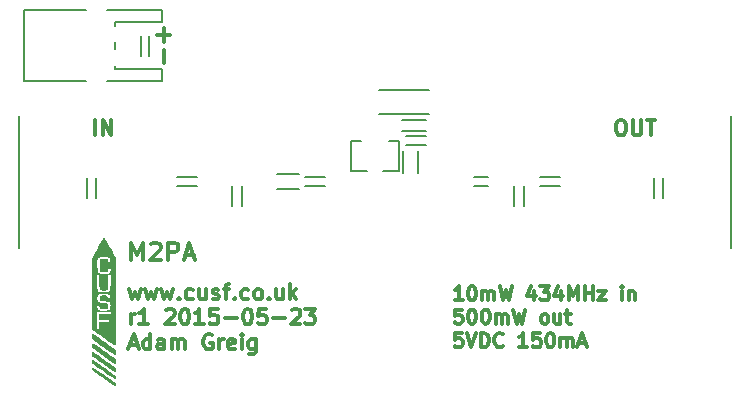
<source format=gto>
G04 #@! TF.FileFunction,Legend,Top*
%FSLAX46Y46*%
G04 Gerber Fmt 4.6, Leading zero omitted, Abs format (unit mm)*
G04 Created by KiCad (PCBNEW 0.201505031001+5637~23~ubuntu14.04.1-product) date Mon 25 May 2015 03:05:37 BST*
%MOMM*%
G01*
G04 APERTURE LIST*
%ADD10C,0.100000*%
%ADD11C,0.300000*%
%ADD12C,0.150000*%
%ADD13C,0.200000*%
G04 APERTURE END LIST*
D10*
D11*
X159700000Y-81788095D02*
X159947619Y-81788095D01*
X160071428Y-81850000D01*
X160195238Y-81973810D01*
X160257143Y-82221429D01*
X160257143Y-82654762D01*
X160195238Y-82902381D01*
X160071428Y-83026190D01*
X159947619Y-83088095D01*
X159700000Y-83088095D01*
X159576190Y-83026190D01*
X159452381Y-82902381D01*
X159390476Y-82654762D01*
X159390476Y-82221429D01*
X159452381Y-81973810D01*
X159576190Y-81850000D01*
X159700000Y-81788095D01*
X160814286Y-81788095D02*
X160814286Y-82840476D01*
X160876191Y-82964286D01*
X160938095Y-83026190D01*
X161061905Y-83088095D01*
X161309524Y-83088095D01*
X161433333Y-83026190D01*
X161495238Y-82964286D01*
X161557143Y-82840476D01*
X161557143Y-81788095D01*
X161990477Y-81788095D02*
X162733334Y-81788095D01*
X162361905Y-83088095D02*
X162361905Y-81788095D01*
X115319048Y-83088095D02*
X115319048Y-81788095D01*
X115938096Y-83088095D02*
X115938096Y-81788095D01*
X116680953Y-83088095D01*
X116680953Y-81788095D01*
X146414286Y-97062857D02*
X145728571Y-97062857D01*
X146071429Y-97062857D02*
X146071429Y-95862857D01*
X145957143Y-96034286D01*
X145842857Y-96148571D01*
X145728571Y-96205714D01*
X147157143Y-95862857D02*
X147271428Y-95862857D01*
X147385714Y-95920000D01*
X147442857Y-95977143D01*
X147500000Y-96091429D01*
X147557143Y-96320000D01*
X147557143Y-96605714D01*
X147500000Y-96834286D01*
X147442857Y-96948571D01*
X147385714Y-97005714D01*
X147271428Y-97062857D01*
X147157143Y-97062857D01*
X147042857Y-97005714D01*
X146985714Y-96948571D01*
X146928571Y-96834286D01*
X146871428Y-96605714D01*
X146871428Y-96320000D01*
X146928571Y-96091429D01*
X146985714Y-95977143D01*
X147042857Y-95920000D01*
X147157143Y-95862857D01*
X148071428Y-97062857D02*
X148071428Y-96262857D01*
X148071428Y-96377143D02*
X148128571Y-96320000D01*
X148242857Y-96262857D01*
X148414285Y-96262857D01*
X148528571Y-96320000D01*
X148585714Y-96434286D01*
X148585714Y-97062857D01*
X148585714Y-96434286D02*
X148642857Y-96320000D01*
X148757143Y-96262857D01*
X148928571Y-96262857D01*
X149042857Y-96320000D01*
X149100000Y-96434286D01*
X149100000Y-97062857D01*
X149557143Y-95862857D02*
X149842857Y-97062857D01*
X150071428Y-96205714D01*
X150300000Y-97062857D01*
X150585714Y-95862857D01*
X152471429Y-96262857D02*
X152471429Y-97062857D01*
X152185715Y-95805714D02*
X151900000Y-96662857D01*
X152642858Y-96662857D01*
X152985715Y-95862857D02*
X153728572Y-95862857D01*
X153328572Y-96320000D01*
X153500000Y-96320000D01*
X153614286Y-96377143D01*
X153671429Y-96434286D01*
X153728572Y-96548571D01*
X153728572Y-96834286D01*
X153671429Y-96948571D01*
X153614286Y-97005714D01*
X153500000Y-97062857D01*
X153157143Y-97062857D01*
X153042857Y-97005714D01*
X152985715Y-96948571D01*
X154757143Y-96262857D02*
X154757143Y-97062857D01*
X154471429Y-95805714D02*
X154185714Y-96662857D01*
X154928572Y-96662857D01*
X155385714Y-97062857D02*
X155385714Y-95862857D01*
X155785714Y-96720000D01*
X156185714Y-95862857D01*
X156185714Y-97062857D01*
X156757143Y-97062857D02*
X156757143Y-95862857D01*
X156757143Y-96434286D02*
X157442858Y-96434286D01*
X157442858Y-97062857D02*
X157442858Y-95862857D01*
X157900001Y-96262857D02*
X158528572Y-96262857D01*
X157900001Y-97062857D01*
X158528572Y-97062857D01*
X159900001Y-97062857D02*
X159900001Y-96262857D01*
X159900001Y-95862857D02*
X159842858Y-95920000D01*
X159900001Y-95977143D01*
X159957144Y-95920000D01*
X159900001Y-95862857D01*
X159900001Y-95977143D01*
X160471430Y-96262857D02*
X160471430Y-97062857D01*
X160471430Y-96377143D02*
X160528573Y-96320000D01*
X160642859Y-96262857D01*
X160814287Y-96262857D01*
X160928573Y-96320000D01*
X160985716Y-96434286D01*
X160985716Y-97062857D01*
X146357143Y-97842857D02*
X145785714Y-97842857D01*
X145728571Y-98414286D01*
X145785714Y-98357143D01*
X145900000Y-98300000D01*
X146185714Y-98300000D01*
X146300000Y-98357143D01*
X146357143Y-98414286D01*
X146414286Y-98528571D01*
X146414286Y-98814286D01*
X146357143Y-98928571D01*
X146300000Y-98985714D01*
X146185714Y-99042857D01*
X145900000Y-99042857D01*
X145785714Y-98985714D01*
X145728571Y-98928571D01*
X147157143Y-97842857D02*
X147271428Y-97842857D01*
X147385714Y-97900000D01*
X147442857Y-97957143D01*
X147500000Y-98071429D01*
X147557143Y-98300000D01*
X147557143Y-98585714D01*
X147500000Y-98814286D01*
X147442857Y-98928571D01*
X147385714Y-98985714D01*
X147271428Y-99042857D01*
X147157143Y-99042857D01*
X147042857Y-98985714D01*
X146985714Y-98928571D01*
X146928571Y-98814286D01*
X146871428Y-98585714D01*
X146871428Y-98300000D01*
X146928571Y-98071429D01*
X146985714Y-97957143D01*
X147042857Y-97900000D01*
X147157143Y-97842857D01*
X148300000Y-97842857D02*
X148414285Y-97842857D01*
X148528571Y-97900000D01*
X148585714Y-97957143D01*
X148642857Y-98071429D01*
X148700000Y-98300000D01*
X148700000Y-98585714D01*
X148642857Y-98814286D01*
X148585714Y-98928571D01*
X148528571Y-98985714D01*
X148414285Y-99042857D01*
X148300000Y-99042857D01*
X148185714Y-98985714D01*
X148128571Y-98928571D01*
X148071428Y-98814286D01*
X148014285Y-98585714D01*
X148014285Y-98300000D01*
X148071428Y-98071429D01*
X148128571Y-97957143D01*
X148185714Y-97900000D01*
X148300000Y-97842857D01*
X149214285Y-99042857D02*
X149214285Y-98242857D01*
X149214285Y-98357143D02*
X149271428Y-98300000D01*
X149385714Y-98242857D01*
X149557142Y-98242857D01*
X149671428Y-98300000D01*
X149728571Y-98414286D01*
X149728571Y-99042857D01*
X149728571Y-98414286D02*
X149785714Y-98300000D01*
X149900000Y-98242857D01*
X150071428Y-98242857D01*
X150185714Y-98300000D01*
X150242857Y-98414286D01*
X150242857Y-99042857D01*
X150700000Y-97842857D02*
X150985714Y-99042857D01*
X151214285Y-98185714D01*
X151442857Y-99042857D01*
X151728571Y-97842857D01*
X153271429Y-99042857D02*
X153157143Y-98985714D01*
X153100000Y-98928571D01*
X153042857Y-98814286D01*
X153042857Y-98471429D01*
X153100000Y-98357143D01*
X153157143Y-98300000D01*
X153271429Y-98242857D01*
X153442857Y-98242857D01*
X153557143Y-98300000D01*
X153614286Y-98357143D01*
X153671429Y-98471429D01*
X153671429Y-98814286D01*
X153614286Y-98928571D01*
X153557143Y-98985714D01*
X153442857Y-99042857D01*
X153271429Y-99042857D01*
X154700000Y-98242857D02*
X154700000Y-99042857D01*
X154185714Y-98242857D02*
X154185714Y-98871429D01*
X154242857Y-98985714D01*
X154357143Y-99042857D01*
X154528571Y-99042857D01*
X154642857Y-98985714D01*
X154700000Y-98928571D01*
X155100000Y-98242857D02*
X155557143Y-98242857D01*
X155271428Y-97842857D02*
X155271428Y-98871429D01*
X155328571Y-98985714D01*
X155442857Y-99042857D01*
X155557143Y-99042857D01*
X146357143Y-99822857D02*
X145785714Y-99822857D01*
X145728571Y-100394286D01*
X145785714Y-100337143D01*
X145900000Y-100280000D01*
X146185714Y-100280000D01*
X146300000Y-100337143D01*
X146357143Y-100394286D01*
X146414286Y-100508571D01*
X146414286Y-100794286D01*
X146357143Y-100908571D01*
X146300000Y-100965714D01*
X146185714Y-101022857D01*
X145900000Y-101022857D01*
X145785714Y-100965714D01*
X145728571Y-100908571D01*
X146757143Y-99822857D02*
X147157143Y-101022857D01*
X147557143Y-99822857D01*
X147957142Y-101022857D02*
X147957142Y-99822857D01*
X148242857Y-99822857D01*
X148414285Y-99880000D01*
X148528571Y-99994286D01*
X148585714Y-100108571D01*
X148642857Y-100337143D01*
X148642857Y-100508571D01*
X148585714Y-100737143D01*
X148528571Y-100851429D01*
X148414285Y-100965714D01*
X148242857Y-101022857D01*
X147957142Y-101022857D01*
X149842857Y-100908571D02*
X149785714Y-100965714D01*
X149614285Y-101022857D01*
X149499999Y-101022857D01*
X149328571Y-100965714D01*
X149214285Y-100851429D01*
X149157142Y-100737143D01*
X149099999Y-100508571D01*
X149099999Y-100337143D01*
X149157142Y-100108571D01*
X149214285Y-99994286D01*
X149328571Y-99880000D01*
X149499999Y-99822857D01*
X149614285Y-99822857D01*
X149785714Y-99880000D01*
X149842857Y-99937143D01*
X151900000Y-101022857D02*
X151214285Y-101022857D01*
X151557143Y-101022857D02*
X151557143Y-99822857D01*
X151442857Y-99994286D01*
X151328571Y-100108571D01*
X151214285Y-100165714D01*
X152985714Y-99822857D02*
X152414285Y-99822857D01*
X152357142Y-100394286D01*
X152414285Y-100337143D01*
X152528571Y-100280000D01*
X152814285Y-100280000D01*
X152928571Y-100337143D01*
X152985714Y-100394286D01*
X153042857Y-100508571D01*
X153042857Y-100794286D01*
X152985714Y-100908571D01*
X152928571Y-100965714D01*
X152814285Y-101022857D01*
X152528571Y-101022857D01*
X152414285Y-100965714D01*
X152357142Y-100908571D01*
X153785714Y-99822857D02*
X153899999Y-99822857D01*
X154014285Y-99880000D01*
X154071428Y-99937143D01*
X154128571Y-100051429D01*
X154185714Y-100280000D01*
X154185714Y-100565714D01*
X154128571Y-100794286D01*
X154071428Y-100908571D01*
X154014285Y-100965714D01*
X153899999Y-101022857D01*
X153785714Y-101022857D01*
X153671428Y-100965714D01*
X153614285Y-100908571D01*
X153557142Y-100794286D01*
X153499999Y-100565714D01*
X153499999Y-100280000D01*
X153557142Y-100051429D01*
X153614285Y-99937143D01*
X153671428Y-99880000D01*
X153785714Y-99822857D01*
X154699999Y-101022857D02*
X154699999Y-100222857D01*
X154699999Y-100337143D02*
X154757142Y-100280000D01*
X154871428Y-100222857D01*
X155042856Y-100222857D01*
X155157142Y-100280000D01*
X155214285Y-100394286D01*
X155214285Y-101022857D01*
X155214285Y-100394286D02*
X155271428Y-100280000D01*
X155385714Y-100222857D01*
X155557142Y-100222857D01*
X155671428Y-100280000D01*
X155728571Y-100394286D01*
X155728571Y-101022857D01*
X156242856Y-100680000D02*
X156814285Y-100680000D01*
X156128571Y-101022857D02*
X156528571Y-99822857D01*
X156928571Y-101022857D01*
X121107143Y-77000000D02*
X121107143Y-75857143D01*
X121107143Y-75142857D02*
X121107143Y-74000000D01*
X121678571Y-74571429D02*
X120535714Y-74571429D01*
X118185714Y-96101429D02*
X118433333Y-96968095D01*
X118680952Y-96349048D01*
X118928571Y-96968095D01*
X119176190Y-96101429D01*
X119547619Y-96101429D02*
X119795238Y-96968095D01*
X120042857Y-96349048D01*
X120290476Y-96968095D01*
X120538095Y-96101429D01*
X120909524Y-96101429D02*
X121157143Y-96968095D01*
X121404762Y-96349048D01*
X121652381Y-96968095D01*
X121900000Y-96101429D01*
X122395239Y-96844286D02*
X122457144Y-96906190D01*
X122395239Y-96968095D01*
X122333334Y-96906190D01*
X122395239Y-96844286D01*
X122395239Y-96968095D01*
X123571430Y-96906190D02*
X123447620Y-96968095D01*
X123200001Y-96968095D01*
X123076192Y-96906190D01*
X123014287Y-96844286D01*
X122952382Y-96720476D01*
X122952382Y-96349048D01*
X123014287Y-96225238D01*
X123076192Y-96163333D01*
X123200001Y-96101429D01*
X123447620Y-96101429D01*
X123571430Y-96163333D01*
X124685716Y-96101429D02*
X124685716Y-96968095D01*
X124128573Y-96101429D02*
X124128573Y-96782381D01*
X124190478Y-96906190D01*
X124314287Y-96968095D01*
X124500001Y-96968095D01*
X124623811Y-96906190D01*
X124685716Y-96844286D01*
X125242858Y-96906190D02*
X125366668Y-96968095D01*
X125614287Y-96968095D01*
X125738096Y-96906190D01*
X125800001Y-96782381D01*
X125800001Y-96720476D01*
X125738096Y-96596667D01*
X125614287Y-96534762D01*
X125428572Y-96534762D01*
X125304763Y-96472857D01*
X125242858Y-96349048D01*
X125242858Y-96287143D01*
X125304763Y-96163333D01*
X125428572Y-96101429D01*
X125614287Y-96101429D01*
X125738096Y-96163333D01*
X126171430Y-96101429D02*
X126666668Y-96101429D01*
X126357144Y-96968095D02*
X126357144Y-95853810D01*
X126419049Y-95730000D01*
X126542858Y-95668095D01*
X126666668Y-95668095D01*
X127100001Y-96844286D02*
X127161906Y-96906190D01*
X127100001Y-96968095D01*
X127038096Y-96906190D01*
X127100001Y-96844286D01*
X127100001Y-96968095D01*
X128276192Y-96906190D02*
X128152382Y-96968095D01*
X127904763Y-96968095D01*
X127780954Y-96906190D01*
X127719049Y-96844286D01*
X127657144Y-96720476D01*
X127657144Y-96349048D01*
X127719049Y-96225238D01*
X127780954Y-96163333D01*
X127904763Y-96101429D01*
X128152382Y-96101429D01*
X128276192Y-96163333D01*
X129019049Y-96968095D02*
X128895240Y-96906190D01*
X128833335Y-96844286D01*
X128771430Y-96720476D01*
X128771430Y-96349048D01*
X128833335Y-96225238D01*
X128895240Y-96163333D01*
X129019049Y-96101429D01*
X129204763Y-96101429D01*
X129328573Y-96163333D01*
X129390478Y-96225238D01*
X129452382Y-96349048D01*
X129452382Y-96720476D01*
X129390478Y-96844286D01*
X129328573Y-96906190D01*
X129204763Y-96968095D01*
X129019049Y-96968095D01*
X130009525Y-96844286D02*
X130071430Y-96906190D01*
X130009525Y-96968095D01*
X129947620Y-96906190D01*
X130009525Y-96844286D01*
X130009525Y-96968095D01*
X131185716Y-96101429D02*
X131185716Y-96968095D01*
X130628573Y-96101429D02*
X130628573Y-96782381D01*
X130690478Y-96906190D01*
X130814287Y-96968095D01*
X131000001Y-96968095D01*
X131123811Y-96906190D01*
X131185716Y-96844286D01*
X131804763Y-96968095D02*
X131804763Y-95668095D01*
X131928572Y-96472857D02*
X132300001Y-96968095D01*
X132300001Y-96101429D02*
X131804763Y-96596667D01*
X118309524Y-99088095D02*
X118309524Y-98221429D01*
X118309524Y-98469048D02*
X118371429Y-98345238D01*
X118433333Y-98283333D01*
X118557143Y-98221429D01*
X118680952Y-98221429D01*
X119795238Y-99088095D02*
X119052381Y-99088095D01*
X119423810Y-99088095D02*
X119423810Y-97788095D01*
X119300000Y-97973810D01*
X119176191Y-98097619D01*
X119052381Y-98159524D01*
X121280952Y-97911905D02*
X121342857Y-97850000D01*
X121466666Y-97788095D01*
X121776190Y-97788095D01*
X121900000Y-97850000D01*
X121961904Y-97911905D01*
X122023809Y-98035714D01*
X122023809Y-98159524D01*
X121961904Y-98345238D01*
X121219047Y-99088095D01*
X122023809Y-99088095D01*
X122828571Y-97788095D02*
X122952380Y-97788095D01*
X123076190Y-97850000D01*
X123138095Y-97911905D01*
X123199999Y-98035714D01*
X123261904Y-98283333D01*
X123261904Y-98592857D01*
X123199999Y-98840476D01*
X123138095Y-98964286D01*
X123076190Y-99026190D01*
X122952380Y-99088095D01*
X122828571Y-99088095D01*
X122704761Y-99026190D01*
X122642857Y-98964286D01*
X122580952Y-98840476D01*
X122519047Y-98592857D01*
X122519047Y-98283333D01*
X122580952Y-98035714D01*
X122642857Y-97911905D01*
X122704761Y-97850000D01*
X122828571Y-97788095D01*
X124499999Y-99088095D02*
X123757142Y-99088095D01*
X124128571Y-99088095D02*
X124128571Y-97788095D01*
X124004761Y-97973810D01*
X123880952Y-98097619D01*
X123757142Y-98159524D01*
X125676189Y-97788095D02*
X125057142Y-97788095D01*
X124995237Y-98407143D01*
X125057142Y-98345238D01*
X125180951Y-98283333D01*
X125490475Y-98283333D01*
X125614285Y-98345238D01*
X125676189Y-98407143D01*
X125738094Y-98530952D01*
X125738094Y-98840476D01*
X125676189Y-98964286D01*
X125614285Y-99026190D01*
X125490475Y-99088095D01*
X125180951Y-99088095D01*
X125057142Y-99026190D01*
X124995237Y-98964286D01*
X126295237Y-98592857D02*
X127285713Y-98592857D01*
X128152380Y-97788095D02*
X128276189Y-97788095D01*
X128399999Y-97850000D01*
X128461904Y-97911905D01*
X128523808Y-98035714D01*
X128585713Y-98283333D01*
X128585713Y-98592857D01*
X128523808Y-98840476D01*
X128461904Y-98964286D01*
X128399999Y-99026190D01*
X128276189Y-99088095D01*
X128152380Y-99088095D01*
X128028570Y-99026190D01*
X127966666Y-98964286D01*
X127904761Y-98840476D01*
X127842856Y-98592857D01*
X127842856Y-98283333D01*
X127904761Y-98035714D01*
X127966666Y-97911905D01*
X128028570Y-97850000D01*
X128152380Y-97788095D01*
X129761903Y-97788095D02*
X129142856Y-97788095D01*
X129080951Y-98407143D01*
X129142856Y-98345238D01*
X129266665Y-98283333D01*
X129576189Y-98283333D01*
X129699999Y-98345238D01*
X129761903Y-98407143D01*
X129823808Y-98530952D01*
X129823808Y-98840476D01*
X129761903Y-98964286D01*
X129699999Y-99026190D01*
X129576189Y-99088095D01*
X129266665Y-99088095D01*
X129142856Y-99026190D01*
X129080951Y-98964286D01*
X130380951Y-98592857D02*
X131371427Y-98592857D01*
X131928570Y-97911905D02*
X131990475Y-97850000D01*
X132114284Y-97788095D01*
X132423808Y-97788095D01*
X132547618Y-97850000D01*
X132609522Y-97911905D01*
X132671427Y-98035714D01*
X132671427Y-98159524D01*
X132609522Y-98345238D01*
X131866665Y-99088095D01*
X132671427Y-99088095D01*
X133104760Y-97788095D02*
X133909522Y-97788095D01*
X133476189Y-98283333D01*
X133661903Y-98283333D01*
X133785713Y-98345238D01*
X133847617Y-98407143D01*
X133909522Y-98530952D01*
X133909522Y-98840476D01*
X133847617Y-98964286D01*
X133785713Y-99026190D01*
X133661903Y-99088095D01*
X133290475Y-99088095D01*
X133166665Y-99026190D01*
X133104760Y-98964286D01*
X118247619Y-100836667D02*
X118866667Y-100836667D01*
X118123810Y-101208095D02*
X118557143Y-99908095D01*
X118990476Y-101208095D01*
X119980953Y-101208095D02*
X119980953Y-99908095D01*
X119980953Y-101146190D02*
X119857143Y-101208095D01*
X119609524Y-101208095D01*
X119485715Y-101146190D01*
X119423810Y-101084286D01*
X119361905Y-100960476D01*
X119361905Y-100589048D01*
X119423810Y-100465238D01*
X119485715Y-100403333D01*
X119609524Y-100341429D01*
X119857143Y-100341429D01*
X119980953Y-100403333D01*
X121157143Y-101208095D02*
X121157143Y-100527143D01*
X121095238Y-100403333D01*
X120971428Y-100341429D01*
X120723809Y-100341429D01*
X120600000Y-100403333D01*
X121157143Y-101146190D02*
X121033333Y-101208095D01*
X120723809Y-101208095D01*
X120600000Y-101146190D01*
X120538095Y-101022381D01*
X120538095Y-100898571D01*
X120600000Y-100774762D01*
X120723809Y-100712857D01*
X121033333Y-100712857D01*
X121157143Y-100650952D01*
X121776190Y-101208095D02*
X121776190Y-100341429D01*
X121776190Y-100465238D02*
X121838095Y-100403333D01*
X121961904Y-100341429D01*
X122147618Y-100341429D01*
X122271428Y-100403333D01*
X122333333Y-100527143D01*
X122333333Y-101208095D01*
X122333333Y-100527143D02*
X122395237Y-100403333D01*
X122519047Y-100341429D01*
X122704761Y-100341429D01*
X122828571Y-100403333D01*
X122890476Y-100527143D01*
X122890476Y-101208095D01*
X125180951Y-99970000D02*
X125057142Y-99908095D01*
X124871427Y-99908095D01*
X124685713Y-99970000D01*
X124561904Y-100093810D01*
X124499999Y-100217619D01*
X124438094Y-100465238D01*
X124438094Y-100650952D01*
X124499999Y-100898571D01*
X124561904Y-101022381D01*
X124685713Y-101146190D01*
X124871427Y-101208095D01*
X124995237Y-101208095D01*
X125180951Y-101146190D01*
X125242856Y-101084286D01*
X125242856Y-100650952D01*
X124995237Y-100650952D01*
X125799999Y-101208095D02*
X125799999Y-100341429D01*
X125799999Y-100589048D02*
X125861904Y-100465238D01*
X125923808Y-100403333D01*
X126047618Y-100341429D01*
X126171427Y-100341429D01*
X127099999Y-101146190D02*
X126976189Y-101208095D01*
X126728570Y-101208095D01*
X126604761Y-101146190D01*
X126542856Y-101022381D01*
X126542856Y-100527143D01*
X126604761Y-100403333D01*
X126728570Y-100341429D01*
X126976189Y-100341429D01*
X127099999Y-100403333D01*
X127161904Y-100527143D01*
X127161904Y-100650952D01*
X126542856Y-100774762D01*
X127719047Y-101208095D02*
X127719047Y-100341429D01*
X127719047Y-99908095D02*
X127657142Y-99970000D01*
X127719047Y-100031905D01*
X127780952Y-99970000D01*
X127719047Y-99908095D01*
X127719047Y-100031905D01*
X128895238Y-100341429D02*
X128895238Y-101393810D01*
X128833333Y-101517619D01*
X128771428Y-101579524D01*
X128647619Y-101641429D01*
X128461904Y-101641429D01*
X128338095Y-101579524D01*
X128895238Y-101146190D02*
X128771428Y-101208095D01*
X128523809Y-101208095D01*
X128400000Y-101146190D01*
X128338095Y-101084286D01*
X128276190Y-100960476D01*
X128276190Y-100589048D01*
X128338095Y-100465238D01*
X128400000Y-100403333D01*
X128523809Y-100341429D01*
X128771428Y-100341429D01*
X128895238Y-100403333D01*
X118357143Y-93678571D02*
X118357143Y-92178571D01*
X118857143Y-93250000D01*
X119357143Y-92178571D01*
X119357143Y-93678571D01*
X120000000Y-92321429D02*
X120071429Y-92250000D01*
X120214286Y-92178571D01*
X120571429Y-92178571D01*
X120714286Y-92250000D01*
X120785715Y-92321429D01*
X120857143Y-92464286D01*
X120857143Y-92607143D01*
X120785715Y-92821429D01*
X119928572Y-93678571D01*
X120857143Y-93678571D01*
X121500000Y-93678571D02*
X121500000Y-92178571D01*
X122071428Y-92178571D01*
X122214286Y-92250000D01*
X122285714Y-92321429D01*
X122357143Y-92464286D01*
X122357143Y-92678571D01*
X122285714Y-92821429D01*
X122214286Y-92892857D01*
X122071428Y-92964286D01*
X121500000Y-92964286D01*
X122928571Y-93250000D02*
X123642857Y-93250000D01*
X122785714Y-93678571D02*
X123285714Y-92178571D01*
X123785714Y-93678571D01*
D12*
X123900000Y-86610000D02*
X122200000Y-86610000D01*
X123900000Y-87410000D02*
X122200000Y-87410000D01*
X127710000Y-89040000D02*
X127710000Y-87340000D01*
X126910000Y-89040000D02*
X126910000Y-87340000D01*
X143350000Y-83100000D02*
X141650000Y-83100000D01*
X143350000Y-83900000D02*
X141650000Y-83900000D01*
X141250000Y-81750000D02*
X143350000Y-81750000D01*
X143350000Y-82750000D02*
X141250000Y-82750000D01*
X151580000Y-89050000D02*
X151580000Y-87350000D01*
X150780000Y-89050000D02*
X150780000Y-87350000D01*
X143600000Y-79250000D02*
X139300000Y-79250000D01*
X143600000Y-81250000D02*
X139300000Y-81250000D01*
X152950000Y-87400000D02*
X154650000Y-87400000D01*
X152950000Y-86600000D02*
X154650000Y-86600000D01*
X114650000Y-86700000D02*
X114650000Y-88400000D01*
X115350000Y-86700000D02*
X115350000Y-88400000D01*
X162650000Y-86700000D02*
X162650000Y-88400000D01*
X163350000Y-86700000D02*
X163350000Y-88400000D01*
X132590000Y-86400000D02*
X130690000Y-86400000D01*
X132590000Y-87600000D02*
X130690000Y-87600000D01*
X142600000Y-86300000D02*
X142600000Y-84400000D01*
X141400000Y-86300000D02*
X141400000Y-84400000D01*
X148560000Y-86600000D02*
X147360000Y-86600000D01*
X148560000Y-87400000D02*
X147360000Y-87400000D01*
D13*
X117000000Y-73500000D02*
X117000000Y-73800000D01*
X117000000Y-75800000D02*
X117000000Y-75200000D01*
X117000000Y-77500000D02*
X117000000Y-77200000D01*
X121000000Y-72500000D02*
X121000000Y-73500000D01*
X121000000Y-73500000D02*
X117000000Y-73500000D01*
X121000000Y-78500000D02*
X121000000Y-77500000D01*
X121000000Y-77500000D02*
X117000000Y-77500000D01*
X109300000Y-72500000D02*
X109300000Y-78500000D01*
X114500000Y-72500000D02*
X109300000Y-72500000D01*
X121000000Y-72500000D02*
X116300000Y-72500000D01*
X116300000Y-78500000D02*
X121000000Y-78500000D01*
X109300000Y-78500000D02*
X114500000Y-78500000D01*
D12*
X134750000Y-86650000D02*
X133050000Y-86650000D01*
X134750000Y-87350000D02*
X133050000Y-87350000D01*
X119150000Y-74700000D02*
X119150000Y-76400000D01*
X119850000Y-74700000D02*
X119850000Y-76400000D01*
X169167000Y-81412000D02*
X169167000Y-92588000D01*
X108833000Y-92588000D02*
X108833000Y-81412000D01*
X140500000Y-86100000D02*
X141000000Y-86100000D01*
X141000000Y-86100000D02*
X141000000Y-83600000D01*
X141000000Y-83600000D02*
X140500000Y-83600000D01*
X137500000Y-83600000D02*
X137000000Y-83600000D01*
X137000000Y-83600000D02*
X137000000Y-86100000D01*
X137000000Y-86100000D02*
X137500000Y-86100000D01*
X140500000Y-86100000D02*
X139700000Y-86100000D01*
X137500000Y-86100000D02*
X138300000Y-86100000D01*
X140200000Y-83600000D02*
X140500000Y-83600000D01*
X137500000Y-83600000D02*
X137800000Y-83600000D01*
D10*
G36*
X116995736Y-104138875D02*
X116993366Y-104187746D01*
X116972523Y-104218489D01*
X116954842Y-104223000D01*
X116930121Y-104211207D01*
X116874208Y-104177355D01*
X116790543Y-104123733D01*
X116682563Y-104052633D01*
X116553707Y-103966343D01*
X116407414Y-103867155D01*
X116247121Y-103757357D01*
X116076267Y-103639240D01*
X116028800Y-103606240D01*
X115854527Y-103484672D01*
X115689338Y-103368944D01*
X115536790Y-103261580D01*
X115400440Y-103165108D01*
X115283844Y-103082054D01*
X115190559Y-103014943D01*
X115124142Y-102966302D01*
X115088149Y-102938657D01*
X115084542Y-102935530D01*
X115038296Y-102873875D01*
X115026334Y-102808989D01*
X115029800Y-102760576D01*
X115045620Y-102743531D01*
X115074288Y-102745565D01*
X115098883Y-102758810D01*
X115154107Y-102793668D01*
X115235971Y-102847387D01*
X115340488Y-102917211D01*
X115463669Y-103000388D01*
X115601526Y-103094163D01*
X115750070Y-103195783D01*
X115905314Y-103302495D01*
X116063270Y-103411543D01*
X116219948Y-103520175D01*
X116371361Y-103625637D01*
X116513521Y-103725175D01*
X116642440Y-103816035D01*
X116754128Y-103895464D01*
X116844598Y-103960707D01*
X116909862Y-104009012D01*
X116945932Y-104037623D01*
X116947209Y-104038770D01*
X116980170Y-104084882D01*
X116995736Y-104138875D01*
X116995736Y-104138875D01*
X116995736Y-104138875D01*
G37*
X116995736Y-104138875D02*
X116993366Y-104187746D01*
X116972523Y-104218489D01*
X116954842Y-104223000D01*
X116930121Y-104211207D01*
X116874208Y-104177355D01*
X116790543Y-104123733D01*
X116682563Y-104052633D01*
X116553707Y-103966343D01*
X116407414Y-103867155D01*
X116247121Y-103757357D01*
X116076267Y-103639240D01*
X116028800Y-103606240D01*
X115854527Y-103484672D01*
X115689338Y-103368944D01*
X115536790Y-103261580D01*
X115400440Y-103165108D01*
X115283844Y-103082054D01*
X115190559Y-103014943D01*
X115124142Y-102966302D01*
X115088149Y-102938657D01*
X115084542Y-102935530D01*
X115038296Y-102873875D01*
X115026334Y-102808989D01*
X115029800Y-102760576D01*
X115045620Y-102743531D01*
X115074288Y-102745565D01*
X115098883Y-102758810D01*
X115154107Y-102793668D01*
X115235971Y-102847387D01*
X115340488Y-102917211D01*
X115463669Y-103000388D01*
X115601526Y-103094163D01*
X115750070Y-103195783D01*
X115905314Y-103302495D01*
X116063270Y-103411543D01*
X116219948Y-103520175D01*
X116371361Y-103625637D01*
X116513521Y-103725175D01*
X116642440Y-103816035D01*
X116754128Y-103895464D01*
X116844598Y-103960707D01*
X116909862Y-104009012D01*
X116945932Y-104037623D01*
X116947209Y-104038770D01*
X116980170Y-104084882D01*
X116995736Y-104138875D01*
X116995736Y-104138875D01*
G36*
X116996748Y-103594801D02*
X116983434Y-103636726D01*
X116957253Y-103651500D01*
X116933072Y-103639695D01*
X116877671Y-103605795D01*
X116794447Y-103552075D01*
X116686797Y-103480809D01*
X116558118Y-103394270D01*
X116411806Y-103294732D01*
X116251259Y-103184469D01*
X116079873Y-103065756D01*
X116020628Y-103024494D01*
X115845603Y-102902236D01*
X115680001Y-102786186D01*
X115527289Y-102678802D01*
X115390936Y-102582539D01*
X115274410Y-102499853D01*
X115181180Y-102433202D01*
X115114714Y-102385041D01*
X115078480Y-102357826D01*
X115073959Y-102354055D01*
X115044669Y-102310728D01*
X115027541Y-102253450D01*
X115023346Y-102195206D01*
X115032852Y-102148978D01*
X115056834Y-102127751D01*
X115060508Y-102127500D01*
X115083315Y-102139257D01*
X115136766Y-102172714D01*
X115216927Y-102225147D01*
X115319864Y-102293835D01*
X115441641Y-102376054D01*
X115578326Y-102469082D01*
X115725982Y-102570196D01*
X115880677Y-102676674D01*
X116038476Y-102785792D01*
X116195444Y-102894828D01*
X116347647Y-103001060D01*
X116491151Y-103101765D01*
X116622021Y-103194219D01*
X116736324Y-103275701D01*
X116830124Y-103343488D01*
X116899488Y-103394856D01*
X116940480Y-103427085D01*
X116947209Y-103433151D01*
X116978047Y-103480230D01*
X116994756Y-103538374D01*
X116996748Y-103594801D01*
X116996748Y-103594801D01*
X116996748Y-103594801D01*
G37*
X116996748Y-103594801D02*
X116983434Y-103636726D01*
X116957253Y-103651500D01*
X116933072Y-103639695D01*
X116877671Y-103605795D01*
X116794447Y-103552075D01*
X116686797Y-103480809D01*
X116558118Y-103394270D01*
X116411806Y-103294732D01*
X116251259Y-103184469D01*
X116079873Y-103065756D01*
X116020628Y-103024494D01*
X115845603Y-102902236D01*
X115680001Y-102786186D01*
X115527289Y-102678802D01*
X115390936Y-102582539D01*
X115274410Y-102499853D01*
X115181180Y-102433202D01*
X115114714Y-102385041D01*
X115078480Y-102357826D01*
X115073959Y-102354055D01*
X115044669Y-102310728D01*
X115027541Y-102253450D01*
X115023346Y-102195206D01*
X115032852Y-102148978D01*
X115056834Y-102127751D01*
X115060508Y-102127500D01*
X115083315Y-102139257D01*
X115136766Y-102172714D01*
X115216927Y-102225147D01*
X115319864Y-102293835D01*
X115441641Y-102376054D01*
X115578326Y-102469082D01*
X115725982Y-102570196D01*
X115880677Y-102676674D01*
X116038476Y-102785792D01*
X116195444Y-102894828D01*
X116347647Y-103001060D01*
X116491151Y-103101765D01*
X116622021Y-103194219D01*
X116736324Y-103275701D01*
X116830124Y-103343488D01*
X116899488Y-103394856D01*
X116940480Y-103427085D01*
X116947209Y-103433151D01*
X116978047Y-103480230D01*
X116994756Y-103538374D01*
X116996748Y-103594801D01*
X116996748Y-103594801D01*
G36*
X116994834Y-102925960D02*
X116992604Y-102992050D01*
X116983617Y-103025823D01*
X116964423Y-103037161D01*
X116955856Y-103037667D01*
X116931394Y-103025859D01*
X116875726Y-102991954D01*
X116792258Y-102938228D01*
X116684395Y-102866958D01*
X116555543Y-102780421D01*
X116409109Y-102680891D01*
X116248499Y-102570647D01*
X116077118Y-102451965D01*
X116019231Y-102411651D01*
X115844292Y-102289432D01*
X115678747Y-102173358D01*
X115526074Y-102065897D01*
X115389748Y-101969514D01*
X115273246Y-101886676D01*
X115180046Y-101819850D01*
X115113623Y-101771503D01*
X115077456Y-101744102D01*
X115073038Y-101740346D01*
X115044389Y-101706540D01*
X115031232Y-101665392D01*
X115029624Y-101601774D01*
X115030705Y-101577904D01*
X115036162Y-101510443D01*
X115046180Y-101475413D01*
X115065065Y-101462911D01*
X115081081Y-101462059D01*
X115106579Y-101474166D01*
X115162554Y-101508120D01*
X115245032Y-101561161D01*
X115350040Y-101630532D01*
X115473606Y-101713472D01*
X115611756Y-101807225D01*
X115760519Y-101909030D01*
X115915920Y-102016130D01*
X116073989Y-102125765D01*
X116230751Y-102235178D01*
X116382233Y-102341609D01*
X116524464Y-102442300D01*
X116653471Y-102534492D01*
X116765280Y-102615426D01*
X116855919Y-102682344D01*
X116921415Y-102732487D01*
X116957795Y-102763097D01*
X116963054Y-102768881D01*
X116983116Y-102820395D01*
X116993914Y-102895912D01*
X116994834Y-102925960D01*
X116994834Y-102925960D01*
X116994834Y-102925960D01*
G37*
X116994834Y-102925960D02*
X116992604Y-102992050D01*
X116983617Y-103025823D01*
X116964423Y-103037161D01*
X116955856Y-103037667D01*
X116931394Y-103025859D01*
X116875726Y-102991954D01*
X116792258Y-102938228D01*
X116684395Y-102866958D01*
X116555543Y-102780421D01*
X116409109Y-102680891D01*
X116248499Y-102570647D01*
X116077118Y-102451965D01*
X116019231Y-102411651D01*
X115844292Y-102289432D01*
X115678747Y-102173358D01*
X115526074Y-102065897D01*
X115389748Y-101969514D01*
X115273246Y-101886676D01*
X115180046Y-101819850D01*
X115113623Y-101771503D01*
X115077456Y-101744102D01*
X115073038Y-101740346D01*
X115044389Y-101706540D01*
X115031232Y-101665392D01*
X115029624Y-101601774D01*
X115030705Y-101577904D01*
X115036162Y-101510443D01*
X115046180Y-101475413D01*
X115065065Y-101462911D01*
X115081081Y-101462059D01*
X115106579Y-101474166D01*
X115162554Y-101508120D01*
X115245032Y-101561161D01*
X115350040Y-101630532D01*
X115473606Y-101713472D01*
X115611756Y-101807225D01*
X115760519Y-101909030D01*
X115915920Y-102016130D01*
X116073989Y-102125765D01*
X116230751Y-102235178D01*
X116382233Y-102341609D01*
X116524464Y-102442300D01*
X116653471Y-102534492D01*
X116765280Y-102615426D01*
X116855919Y-102682344D01*
X116921415Y-102732487D01*
X116957795Y-102763097D01*
X116963054Y-102768881D01*
X116983116Y-102820395D01*
X116993914Y-102895912D01*
X116994834Y-102925960D01*
X116994834Y-102925960D01*
G36*
X116992199Y-102113405D02*
X116990412Y-102189997D01*
X116990400Y-102190272D01*
X116984093Y-102270389D01*
X116972762Y-102315715D01*
X116954411Y-102333683D01*
X116951719Y-102334339D01*
X116928535Y-102323757D01*
X116874105Y-102291054D01*
X116791802Y-102238476D01*
X116685000Y-102168269D01*
X116557070Y-102082678D01*
X116411387Y-101983947D01*
X116251323Y-101874322D01*
X116080250Y-101756048D01*
X116020386Y-101714408D01*
X115845256Y-101592031D01*
X115679565Y-101475523D01*
X115526790Y-101367378D01*
X115390408Y-101270093D01*
X115273895Y-101186161D01*
X115180728Y-101118078D01*
X115114383Y-101068339D01*
X115078338Y-101039438D01*
X115073959Y-101035211D01*
X115045110Y-100993263D01*
X115030573Y-100940578D01*
X115026347Y-100862070D01*
X115026334Y-100855655D01*
X115031688Y-100771067D01*
X115049559Y-100724355D01*
X115082654Y-100712216D01*
X115129906Y-100729290D01*
X115161414Y-100749033D01*
X115223029Y-100790191D01*
X115310602Y-100849854D01*
X115419985Y-100925113D01*
X115547028Y-101013058D01*
X115687584Y-101110780D01*
X115837504Y-101215370D01*
X115992638Y-101323918D01*
X116148839Y-101433514D01*
X116301958Y-101541250D01*
X116447845Y-101644215D01*
X116582353Y-101739501D01*
X116701334Y-101824198D01*
X116800637Y-101895396D01*
X116876115Y-101950187D01*
X116923619Y-101985661D01*
X116937483Y-101996937D01*
X116969553Y-102030826D01*
X116986519Y-102064998D01*
X116992199Y-102113405D01*
X116992199Y-102113405D01*
X116992199Y-102113405D01*
G37*
X116992199Y-102113405D02*
X116990412Y-102189997D01*
X116990400Y-102190272D01*
X116984093Y-102270389D01*
X116972762Y-102315715D01*
X116954411Y-102333683D01*
X116951719Y-102334339D01*
X116928535Y-102323757D01*
X116874105Y-102291054D01*
X116791802Y-102238476D01*
X116685000Y-102168269D01*
X116557070Y-102082678D01*
X116411387Y-101983947D01*
X116251323Y-101874322D01*
X116080250Y-101756048D01*
X116020386Y-101714408D01*
X115845256Y-101592031D01*
X115679565Y-101475523D01*
X115526790Y-101367378D01*
X115390408Y-101270093D01*
X115273895Y-101186161D01*
X115180728Y-101118078D01*
X115114383Y-101068339D01*
X115078338Y-101039438D01*
X115073959Y-101035211D01*
X115045110Y-100993263D01*
X115030573Y-100940578D01*
X115026347Y-100862070D01*
X115026334Y-100855655D01*
X115031688Y-100771067D01*
X115049559Y-100724355D01*
X115082654Y-100712216D01*
X115129906Y-100729290D01*
X115161414Y-100749033D01*
X115223029Y-100790191D01*
X115310602Y-100849854D01*
X115419985Y-100925113D01*
X115547028Y-101013058D01*
X115687584Y-101110780D01*
X115837504Y-101215370D01*
X115992638Y-101323918D01*
X116148839Y-101433514D01*
X116301958Y-101541250D01*
X116447845Y-101644215D01*
X116582353Y-101739501D01*
X116701334Y-101824198D01*
X116800637Y-101895396D01*
X116876115Y-101950187D01*
X116923619Y-101985661D01*
X116937483Y-101996937D01*
X116969553Y-102030826D01*
X116986519Y-102064998D01*
X116992199Y-102113405D01*
X116992199Y-102113405D01*
G36*
X116992455Y-101363004D02*
X116990416Y-101431445D01*
X116984431Y-101521917D01*
X116974470Y-101584698D01*
X116961685Y-101612798D01*
X116960424Y-101613391D01*
X116933054Y-101605780D01*
X116881077Y-101578623D01*
X116814195Y-101537173D01*
X116791091Y-101521655D01*
X116583644Y-101379206D01*
X116377312Y-101236717D01*
X116175343Y-101096486D01*
X115980983Y-100960811D01*
X115797481Y-100831988D01*
X115628083Y-100712316D01*
X115476037Y-100604091D01*
X115344590Y-100509612D01*
X115236990Y-100431175D01*
X115156484Y-100371078D01*
X115106320Y-100331619D01*
X115095125Y-100321796D01*
X115060428Y-100286494D01*
X115039927Y-100253934D01*
X115029898Y-100211636D01*
X115026615Y-100147124D01*
X115026334Y-100091348D01*
X115027070Y-100008540D01*
X115030955Y-99959385D01*
X115040499Y-99935205D01*
X115058213Y-99927325D01*
X115073959Y-99926812D01*
X115098170Y-99938643D01*
X115153016Y-99972108D01*
X115234510Y-100024471D01*
X115338671Y-100093000D01*
X115461514Y-100174959D01*
X115599055Y-100267614D01*
X115747312Y-100368231D01*
X115902301Y-100474075D01*
X116060037Y-100582413D01*
X116216538Y-100690509D01*
X116367820Y-100795630D01*
X116509899Y-100895042D01*
X116638791Y-100986008D01*
X116750514Y-101065797D01*
X116841083Y-101131672D01*
X116906515Y-101180900D01*
X116937500Y-101205949D01*
X116966549Y-101233609D01*
X116983641Y-101261543D01*
X116991400Y-101300943D01*
X116992455Y-101363004D01*
X116992455Y-101363004D01*
X116992455Y-101363004D01*
G37*
X116992455Y-101363004D02*
X116990416Y-101431445D01*
X116984431Y-101521917D01*
X116974470Y-101584698D01*
X116961685Y-101612798D01*
X116960424Y-101613391D01*
X116933054Y-101605780D01*
X116881077Y-101578623D01*
X116814195Y-101537173D01*
X116791091Y-101521655D01*
X116583644Y-101379206D01*
X116377312Y-101236717D01*
X116175343Y-101096486D01*
X115980983Y-100960811D01*
X115797481Y-100831988D01*
X115628083Y-100712316D01*
X115476037Y-100604091D01*
X115344590Y-100509612D01*
X115236990Y-100431175D01*
X115156484Y-100371078D01*
X115106320Y-100331619D01*
X115095125Y-100321796D01*
X115060428Y-100286494D01*
X115039927Y-100253934D01*
X115029898Y-100211636D01*
X115026615Y-100147124D01*
X115026334Y-100091348D01*
X115027070Y-100008540D01*
X115030955Y-99959385D01*
X115040499Y-99935205D01*
X115058213Y-99927325D01*
X115073959Y-99926812D01*
X115098170Y-99938643D01*
X115153016Y-99972108D01*
X115234510Y-100024471D01*
X115338671Y-100093000D01*
X115461514Y-100174959D01*
X115599055Y-100267614D01*
X115747312Y-100368231D01*
X115902301Y-100474075D01*
X116060037Y-100582413D01*
X116216538Y-100690509D01*
X116367820Y-100795630D01*
X116509899Y-100895042D01*
X116638791Y-100986008D01*
X116750514Y-101065797D01*
X116841083Y-101131672D01*
X116906515Y-101180900D01*
X116937500Y-101205949D01*
X116966549Y-101233609D01*
X116983641Y-101261543D01*
X116991400Y-101300943D01*
X116992455Y-101363004D01*
X116992455Y-101363004D01*
G36*
X116994954Y-93487874D02*
X116989602Y-97135645D01*
X116988922Y-97596080D01*
X116988277Y-98016045D01*
X116987643Y-98397406D01*
X116986995Y-98742026D01*
X116986311Y-99051770D01*
X116985564Y-99328502D01*
X116984730Y-99574087D01*
X116983786Y-99790388D01*
X116982707Y-99979271D01*
X116981469Y-100142598D01*
X116980047Y-100282235D01*
X116978417Y-100400047D01*
X116976555Y-100497896D01*
X116974436Y-100577648D01*
X116972036Y-100641166D01*
X116969330Y-100690315D01*
X116966295Y-100726960D01*
X116962906Y-100752965D01*
X116959138Y-100770193D01*
X116954968Y-100780509D01*
X116950371Y-100785778D01*
X116945322Y-100787864D01*
X116941917Y-100788380D01*
X116914543Y-100777381D01*
X116854647Y-100742682D01*
X116763974Y-100685439D01*
X116644271Y-100606807D01*
X116619973Y-100590463D01*
X116619973Y-94295833D01*
X116479320Y-94295833D01*
X116338667Y-94295833D01*
X116338667Y-94368539D01*
X116326661Y-94465783D01*
X116292835Y-94537782D01*
X116256067Y-94569894D01*
X116196567Y-94588846D01*
X116110079Y-94601361D01*
X116011547Y-94606794D01*
X115915919Y-94604495D01*
X115838141Y-94593820D01*
X115820153Y-94588763D01*
X115774589Y-94568484D01*
X115739984Y-94538681D01*
X115714872Y-94493854D01*
X115697789Y-94428501D01*
X115687270Y-94337120D01*
X115681851Y-94214210D01*
X115680090Y-94062690D01*
X115681932Y-93899848D01*
X115689192Y-93774828D01*
X115702742Y-93683364D01*
X115723458Y-93621188D01*
X115752214Y-93584034D01*
X115781110Y-93569590D01*
X115873276Y-93548050D01*
X115954856Y-93539607D01*
X116047676Y-93542626D01*
X116090214Y-93546416D01*
X116194190Y-93562503D01*
X116262451Y-93589568D01*
X116301168Y-93632440D01*
X116316510Y-93695950D01*
X116317500Y-93724333D01*
X116317500Y-93809000D01*
X116457981Y-93809000D01*
X116598463Y-93809000D01*
X116587767Y-93675752D01*
X116570581Y-93557841D01*
X116537310Y-93467074D01*
X116483476Y-93400415D01*
X116404605Y-93354829D01*
X116296219Y-93327282D01*
X116153842Y-93314739D01*
X116052917Y-93313145D01*
X115875624Y-93318981D01*
X115734684Y-93336939D01*
X115625330Y-93369090D01*
X115542793Y-93417503D01*
X115482303Y-93484249D01*
X115439092Y-93571399D01*
X115435591Y-93581163D01*
X115414973Y-93670234D01*
X115401861Y-93790487D01*
X115395889Y-93932268D01*
X115396692Y-94085918D01*
X115403904Y-94241780D01*
X115417159Y-94390198D01*
X115436091Y-94521514D01*
X115460337Y-94626071D01*
X115476845Y-94670990D01*
X115522365Y-94727881D01*
X115598483Y-94778321D01*
X115693467Y-94815206D01*
X115728733Y-94823547D01*
X115833871Y-94836948D01*
X115963168Y-94842825D01*
X116099129Y-94841193D01*
X116224259Y-94832068D01*
X116286727Y-94823028D01*
X116365280Y-94805396D01*
X116434836Y-94784531D01*
X116467677Y-94771044D01*
X116528915Y-94715934D01*
X116573981Y-94623307D01*
X116602049Y-94495103D01*
X116607603Y-94443390D01*
X116619973Y-94295833D01*
X116619973Y-100590463D01*
X116618120Y-100589217D01*
X116618120Y-94867333D01*
X116478393Y-94867333D01*
X116338667Y-94867333D01*
X116337745Y-95380625D01*
X116336650Y-95574004D01*
X116333839Y-95729581D01*
X116328872Y-95851868D01*
X116321308Y-95945378D01*
X116310709Y-96014623D01*
X116296632Y-96064114D01*
X116278640Y-96098364D01*
X116266312Y-96112947D01*
X116226703Y-96130743D01*
X116156521Y-96143029D01*
X116067143Y-96149787D01*
X115969947Y-96150996D01*
X115876308Y-96146638D01*
X115797604Y-96136692D01*
X115745210Y-96121141D01*
X115734661Y-96113853D01*
X115713572Y-96086242D01*
X115696843Y-96047101D01*
X115684008Y-95991788D01*
X115674597Y-95915658D01*
X115668143Y-95814069D01*
X115664179Y-95682376D01*
X115662236Y-95515936D01*
X115661838Y-95391208D01*
X115661334Y-94867333D01*
X115522073Y-94867333D01*
X115382813Y-94867333D01*
X115390176Y-95486458D01*
X115392742Y-95672457D01*
X115395721Y-95820933D01*
X115399398Y-95936695D01*
X115404059Y-96024553D01*
X115409989Y-96089317D01*
X115417473Y-96135797D01*
X115426795Y-96168802D01*
X115431265Y-96179667D01*
X115484924Y-96266172D01*
X115558794Y-96324558D01*
X115656029Y-96361423D01*
X115739105Y-96376079D01*
X115850571Y-96385338D01*
X115976814Y-96389073D01*
X116104219Y-96387155D01*
X116219171Y-96379456D01*
X116300583Y-96367508D01*
X116412066Y-96333412D01*
X116491262Y-96282303D01*
X116546869Y-96207779D01*
X116562507Y-96174648D01*
X116573915Y-96143022D01*
X116583059Y-96104537D01*
X116590287Y-96053987D01*
X116595950Y-95986169D01*
X116600396Y-95895879D01*
X116603974Y-95777913D01*
X116607034Y-95627067D01*
X116609391Y-95475875D01*
X116618120Y-94867333D01*
X116618120Y-100589217D01*
X116613834Y-100586334D01*
X116613834Y-98211667D01*
X116613834Y-98095250D01*
X116613834Y-97978833D01*
X116602885Y-97978833D01*
X116602885Y-97487994D01*
X116596344Y-97372183D01*
X116576036Y-97272717D01*
X116543535Y-97200686D01*
X116534519Y-97189188D01*
X116485633Y-97148123D01*
X116417233Y-97116583D01*
X116322492Y-97092456D01*
X116194587Y-97073629D01*
X116143502Y-97068175D01*
X115993023Y-97052912D01*
X115879471Y-97039419D01*
X115797647Y-97025284D01*
X115742354Y-97008091D01*
X115708391Y-96985428D01*
X115690560Y-96954878D01*
X115683663Y-96914029D01*
X115682501Y-96860466D01*
X115682500Y-96854096D01*
X115687897Y-96764702D01*
X115708729Y-96707112D01*
X115751961Y-96671652D01*
X115824556Y-96648651D01*
X115831490Y-96647134D01*
X115979522Y-96625757D01*
X116102417Y-96629486D01*
X116197509Y-96657354D01*
X116262129Y-96708394D01*
X116293613Y-96781640D01*
X116296334Y-96815662D01*
X116300799Y-96837876D01*
X116320344Y-96850361D01*
X116364191Y-96855831D01*
X116436878Y-96857000D01*
X116577423Y-96857000D01*
X116564990Y-96736537D01*
X116542122Y-96625687D01*
X116495978Y-96544030D01*
X116420424Y-96482049D01*
X116390218Y-96465417D01*
X116351303Y-96448326D01*
X116307719Y-96436474D01*
X116251062Y-96428949D01*
X116172928Y-96424839D01*
X116064914Y-96423233D01*
X116000000Y-96423083D01*
X115840230Y-96425444D01*
X115716648Y-96433750D01*
X115623307Y-96449840D01*
X115554261Y-96475549D01*
X115503565Y-96512715D01*
X115465271Y-96563176D01*
X115449273Y-96593231D01*
X115420734Y-96682892D01*
X115405378Y-96796213D01*
X115403655Y-96916480D01*
X115416016Y-97026980D01*
X115435745Y-97095691D01*
X115466460Y-97147839D01*
X115513501Y-97189685D01*
X115581701Y-97222813D01*
X115675894Y-97248809D01*
X115800911Y-97269258D01*
X115961585Y-97285746D01*
X116031750Y-97291212D01*
X116122823Y-97300713D01*
X116202133Y-97314132D01*
X116256910Y-97329116D01*
X116268886Y-97334890D01*
X116309907Y-97383547D01*
X116330261Y-97454864D01*
X116331053Y-97535973D01*
X116313384Y-97614006D01*
X116278357Y-97676094D01*
X116237059Y-97706237D01*
X116191968Y-97714865D01*
X116116739Y-97720419D01*
X116023499Y-97722242D01*
X115961052Y-97721182D01*
X115861150Y-97717238D01*
X115794450Y-97711643D01*
X115751825Y-97702394D01*
X115724144Y-97687487D01*
X115702278Y-97664919D01*
X115701760Y-97664280D01*
X115672957Y-97607153D01*
X115661334Y-97542572D01*
X115661334Y-97470833D01*
X115521311Y-97470833D01*
X115381289Y-97470833D01*
X115396194Y-97592542D01*
X115423614Y-97726813D01*
X115468480Y-97823017D01*
X115531099Y-97881796D01*
X115536198Y-97884547D01*
X115622782Y-97915496D01*
X115740411Y-97937966D01*
X115878498Y-97951165D01*
X116026457Y-97954299D01*
X116173704Y-97946573D01*
X116247369Y-97937871D01*
X116374021Y-97911923D01*
X116465506Y-97872326D01*
X116528323Y-97812917D01*
X116568971Y-97727532D01*
X116593951Y-97610007D01*
X116594086Y-97609059D01*
X116602885Y-97487994D01*
X116602885Y-97978833D01*
X116000000Y-97978833D01*
X115386167Y-97978833D01*
X115386167Y-98730250D01*
X115386167Y-99481667D01*
X115523750Y-99481667D01*
X115661334Y-99481667D01*
X115661334Y-99174750D01*
X115661334Y-98867833D01*
X116074084Y-98867833D01*
X116486834Y-98867833D01*
X116486834Y-98751417D01*
X116486834Y-98635000D01*
X116074084Y-98635000D01*
X115661334Y-98635000D01*
X115661334Y-98423333D01*
X115661334Y-98211667D01*
X116137584Y-98211667D01*
X116613834Y-98211667D01*
X116613834Y-100586334D01*
X116497285Y-100507942D01*
X116324761Y-100389998D01*
X116128447Y-100254132D01*
X116021167Y-100179316D01*
X115847757Y-100057837D01*
X115683415Y-99942206D01*
X115531709Y-99834969D01*
X115396207Y-99738670D01*
X115280475Y-99655855D01*
X115188080Y-99589068D01*
X115122591Y-99540855D01*
X115087574Y-99513760D01*
X115084542Y-99511100D01*
X115026334Y-99456911D01*
X115026334Y-96484085D01*
X115026334Y-93511259D01*
X115081221Y-93400838D01*
X115103573Y-93358055D01*
X115143974Y-93283001D01*
X115199850Y-93180374D01*
X115268624Y-93054871D01*
X115347720Y-92911192D01*
X115434561Y-92754032D01*
X115526572Y-92588091D01*
X115551401Y-92543411D01*
X115656967Y-92354043D01*
X115744297Y-92198753D01*
X115815331Y-92074405D01*
X115872012Y-91977862D01*
X115916279Y-91905986D01*
X115950073Y-91855641D01*
X115975337Y-91823689D01*
X115994010Y-91806994D01*
X116008034Y-91802420D01*
X116009804Y-91802577D01*
X116027764Y-91814387D01*
X116055897Y-91847671D01*
X116095809Y-91904973D01*
X116149108Y-91988838D01*
X116217398Y-92101809D01*
X116302288Y-92246430D01*
X116405383Y-92425245D01*
X116428088Y-92464917D01*
X116519916Y-92625974D01*
X116609242Y-92783485D01*
X116692818Y-92931663D01*
X116767398Y-93064721D01*
X116829735Y-93176872D01*
X116876582Y-93262329D01*
X116899107Y-93304479D01*
X116994954Y-93487874D01*
X116994954Y-93487874D01*
X116994954Y-93487874D01*
G37*
X116994954Y-93487874D02*
X116989602Y-97135645D01*
X116988922Y-97596080D01*
X116988277Y-98016045D01*
X116987643Y-98397406D01*
X116986995Y-98742026D01*
X116986311Y-99051770D01*
X116985564Y-99328502D01*
X116984730Y-99574087D01*
X116983786Y-99790388D01*
X116982707Y-99979271D01*
X116981469Y-100142598D01*
X116980047Y-100282235D01*
X116978417Y-100400047D01*
X116976555Y-100497896D01*
X116974436Y-100577648D01*
X116972036Y-100641166D01*
X116969330Y-100690315D01*
X116966295Y-100726960D01*
X116962906Y-100752965D01*
X116959138Y-100770193D01*
X116954968Y-100780509D01*
X116950371Y-100785778D01*
X116945322Y-100787864D01*
X116941917Y-100788380D01*
X116914543Y-100777381D01*
X116854647Y-100742682D01*
X116763974Y-100685439D01*
X116644271Y-100606807D01*
X116619973Y-100590463D01*
X116619973Y-94295833D01*
X116479320Y-94295833D01*
X116338667Y-94295833D01*
X116338667Y-94368539D01*
X116326661Y-94465783D01*
X116292835Y-94537782D01*
X116256067Y-94569894D01*
X116196567Y-94588846D01*
X116110079Y-94601361D01*
X116011547Y-94606794D01*
X115915919Y-94604495D01*
X115838141Y-94593820D01*
X115820153Y-94588763D01*
X115774589Y-94568484D01*
X115739984Y-94538681D01*
X115714872Y-94493854D01*
X115697789Y-94428501D01*
X115687270Y-94337120D01*
X115681851Y-94214210D01*
X115680090Y-94062690D01*
X115681932Y-93899848D01*
X115689192Y-93774828D01*
X115702742Y-93683364D01*
X115723458Y-93621188D01*
X115752214Y-93584034D01*
X115781110Y-93569590D01*
X115873276Y-93548050D01*
X115954856Y-93539607D01*
X116047676Y-93542626D01*
X116090214Y-93546416D01*
X116194190Y-93562503D01*
X116262451Y-93589568D01*
X116301168Y-93632440D01*
X116316510Y-93695950D01*
X116317500Y-93724333D01*
X116317500Y-93809000D01*
X116457981Y-93809000D01*
X116598463Y-93809000D01*
X116587767Y-93675752D01*
X116570581Y-93557841D01*
X116537310Y-93467074D01*
X116483476Y-93400415D01*
X116404605Y-93354829D01*
X116296219Y-93327282D01*
X116153842Y-93314739D01*
X116052917Y-93313145D01*
X115875624Y-93318981D01*
X115734684Y-93336939D01*
X115625330Y-93369090D01*
X115542793Y-93417503D01*
X115482303Y-93484249D01*
X115439092Y-93571399D01*
X115435591Y-93581163D01*
X115414973Y-93670234D01*
X115401861Y-93790487D01*
X115395889Y-93932268D01*
X115396692Y-94085918D01*
X115403904Y-94241780D01*
X115417159Y-94390198D01*
X115436091Y-94521514D01*
X115460337Y-94626071D01*
X115476845Y-94670990D01*
X115522365Y-94727881D01*
X115598483Y-94778321D01*
X115693467Y-94815206D01*
X115728733Y-94823547D01*
X115833871Y-94836948D01*
X115963168Y-94842825D01*
X116099129Y-94841193D01*
X116224259Y-94832068D01*
X116286727Y-94823028D01*
X116365280Y-94805396D01*
X116434836Y-94784531D01*
X116467677Y-94771044D01*
X116528915Y-94715934D01*
X116573981Y-94623307D01*
X116602049Y-94495103D01*
X116607603Y-94443390D01*
X116619973Y-94295833D01*
X116619973Y-100590463D01*
X116618120Y-100589217D01*
X116618120Y-94867333D01*
X116478393Y-94867333D01*
X116338667Y-94867333D01*
X116337745Y-95380625D01*
X116336650Y-95574004D01*
X116333839Y-95729581D01*
X116328872Y-95851868D01*
X116321308Y-95945378D01*
X116310709Y-96014623D01*
X116296632Y-96064114D01*
X116278640Y-96098364D01*
X116266312Y-96112947D01*
X116226703Y-96130743D01*
X116156521Y-96143029D01*
X116067143Y-96149787D01*
X115969947Y-96150996D01*
X115876308Y-96146638D01*
X115797604Y-96136692D01*
X115745210Y-96121141D01*
X115734661Y-96113853D01*
X115713572Y-96086242D01*
X115696843Y-96047101D01*
X115684008Y-95991788D01*
X115674597Y-95915658D01*
X115668143Y-95814069D01*
X115664179Y-95682376D01*
X115662236Y-95515936D01*
X115661838Y-95391208D01*
X115661334Y-94867333D01*
X115522073Y-94867333D01*
X115382813Y-94867333D01*
X115390176Y-95486458D01*
X115392742Y-95672457D01*
X115395721Y-95820933D01*
X115399398Y-95936695D01*
X115404059Y-96024553D01*
X115409989Y-96089317D01*
X115417473Y-96135797D01*
X115426795Y-96168802D01*
X115431265Y-96179667D01*
X115484924Y-96266172D01*
X115558794Y-96324558D01*
X115656029Y-96361423D01*
X115739105Y-96376079D01*
X115850571Y-96385338D01*
X115976814Y-96389073D01*
X116104219Y-96387155D01*
X116219171Y-96379456D01*
X116300583Y-96367508D01*
X116412066Y-96333412D01*
X116491262Y-96282303D01*
X116546869Y-96207779D01*
X116562507Y-96174648D01*
X116573915Y-96143022D01*
X116583059Y-96104537D01*
X116590287Y-96053987D01*
X116595950Y-95986169D01*
X116600396Y-95895879D01*
X116603974Y-95777913D01*
X116607034Y-95627067D01*
X116609391Y-95475875D01*
X116618120Y-94867333D01*
X116618120Y-100589217D01*
X116613834Y-100586334D01*
X116613834Y-98211667D01*
X116613834Y-98095250D01*
X116613834Y-97978833D01*
X116602885Y-97978833D01*
X116602885Y-97487994D01*
X116596344Y-97372183D01*
X116576036Y-97272717D01*
X116543535Y-97200686D01*
X116534519Y-97189188D01*
X116485633Y-97148123D01*
X116417233Y-97116583D01*
X116322492Y-97092456D01*
X116194587Y-97073629D01*
X116143502Y-97068175D01*
X115993023Y-97052912D01*
X115879471Y-97039419D01*
X115797647Y-97025284D01*
X115742354Y-97008091D01*
X115708391Y-96985428D01*
X115690560Y-96954878D01*
X115683663Y-96914029D01*
X115682501Y-96860466D01*
X115682500Y-96854096D01*
X115687897Y-96764702D01*
X115708729Y-96707112D01*
X115751961Y-96671652D01*
X115824556Y-96648651D01*
X115831490Y-96647134D01*
X115979522Y-96625757D01*
X116102417Y-96629486D01*
X116197509Y-96657354D01*
X116262129Y-96708394D01*
X116293613Y-96781640D01*
X116296334Y-96815662D01*
X116300799Y-96837876D01*
X116320344Y-96850361D01*
X116364191Y-96855831D01*
X116436878Y-96857000D01*
X116577423Y-96857000D01*
X116564990Y-96736537D01*
X116542122Y-96625687D01*
X116495978Y-96544030D01*
X116420424Y-96482049D01*
X116390218Y-96465417D01*
X116351303Y-96448326D01*
X116307719Y-96436474D01*
X116251062Y-96428949D01*
X116172928Y-96424839D01*
X116064914Y-96423233D01*
X116000000Y-96423083D01*
X115840230Y-96425444D01*
X115716648Y-96433750D01*
X115623307Y-96449840D01*
X115554261Y-96475549D01*
X115503565Y-96512715D01*
X115465271Y-96563176D01*
X115449273Y-96593231D01*
X115420734Y-96682892D01*
X115405378Y-96796213D01*
X115403655Y-96916480D01*
X115416016Y-97026980D01*
X115435745Y-97095691D01*
X115466460Y-97147839D01*
X115513501Y-97189685D01*
X115581701Y-97222813D01*
X115675894Y-97248809D01*
X115800911Y-97269258D01*
X115961585Y-97285746D01*
X116031750Y-97291212D01*
X116122823Y-97300713D01*
X116202133Y-97314132D01*
X116256910Y-97329116D01*
X116268886Y-97334890D01*
X116309907Y-97383547D01*
X116330261Y-97454864D01*
X116331053Y-97535973D01*
X116313384Y-97614006D01*
X116278357Y-97676094D01*
X116237059Y-97706237D01*
X116191968Y-97714865D01*
X116116739Y-97720419D01*
X116023499Y-97722242D01*
X115961052Y-97721182D01*
X115861150Y-97717238D01*
X115794450Y-97711643D01*
X115751825Y-97702394D01*
X115724144Y-97687487D01*
X115702278Y-97664919D01*
X115701760Y-97664280D01*
X115672957Y-97607153D01*
X115661334Y-97542572D01*
X115661334Y-97470833D01*
X115521311Y-97470833D01*
X115381289Y-97470833D01*
X115396194Y-97592542D01*
X115423614Y-97726813D01*
X115468480Y-97823017D01*
X115531099Y-97881796D01*
X115536198Y-97884547D01*
X115622782Y-97915496D01*
X115740411Y-97937966D01*
X115878498Y-97951165D01*
X116026457Y-97954299D01*
X116173704Y-97946573D01*
X116247369Y-97937871D01*
X116374021Y-97911923D01*
X116465506Y-97872326D01*
X116528323Y-97812917D01*
X116568971Y-97727532D01*
X116593951Y-97610007D01*
X116594086Y-97609059D01*
X116602885Y-97487994D01*
X116602885Y-97978833D01*
X116000000Y-97978833D01*
X115386167Y-97978833D01*
X115386167Y-98730250D01*
X115386167Y-99481667D01*
X115523750Y-99481667D01*
X115661334Y-99481667D01*
X115661334Y-99174750D01*
X115661334Y-98867833D01*
X116074084Y-98867833D01*
X116486834Y-98867833D01*
X116486834Y-98751417D01*
X116486834Y-98635000D01*
X116074084Y-98635000D01*
X115661334Y-98635000D01*
X115661334Y-98423333D01*
X115661334Y-98211667D01*
X116137584Y-98211667D01*
X116613834Y-98211667D01*
X116613834Y-100586334D01*
X116497285Y-100507942D01*
X116324761Y-100389998D01*
X116128447Y-100254132D01*
X116021167Y-100179316D01*
X115847757Y-100057837D01*
X115683415Y-99942206D01*
X115531709Y-99834969D01*
X115396207Y-99738670D01*
X115280475Y-99655855D01*
X115188080Y-99589068D01*
X115122591Y-99540855D01*
X115087574Y-99513760D01*
X115084542Y-99511100D01*
X115026334Y-99456911D01*
X115026334Y-96484085D01*
X115026334Y-93511259D01*
X115081221Y-93400838D01*
X115103573Y-93358055D01*
X115143974Y-93283001D01*
X115199850Y-93180374D01*
X115268624Y-93054871D01*
X115347720Y-92911192D01*
X115434561Y-92754032D01*
X115526572Y-92588091D01*
X115551401Y-92543411D01*
X115656967Y-92354043D01*
X115744297Y-92198753D01*
X115815331Y-92074405D01*
X115872012Y-91977862D01*
X115916279Y-91905986D01*
X115950073Y-91855641D01*
X115975337Y-91823689D01*
X115994010Y-91806994D01*
X116008034Y-91802420D01*
X116009804Y-91802577D01*
X116027764Y-91814387D01*
X116055897Y-91847671D01*
X116095809Y-91904973D01*
X116149108Y-91988838D01*
X116217398Y-92101809D01*
X116302288Y-92246430D01*
X116405383Y-92425245D01*
X116428088Y-92464917D01*
X116519916Y-92625974D01*
X116609242Y-92783485D01*
X116692818Y-92931663D01*
X116767398Y-93064721D01*
X116829735Y-93176872D01*
X116876582Y-93262329D01*
X116899107Y-93304479D01*
X116994954Y-93487874D01*
X116994954Y-93487874D01*
M02*

</source>
